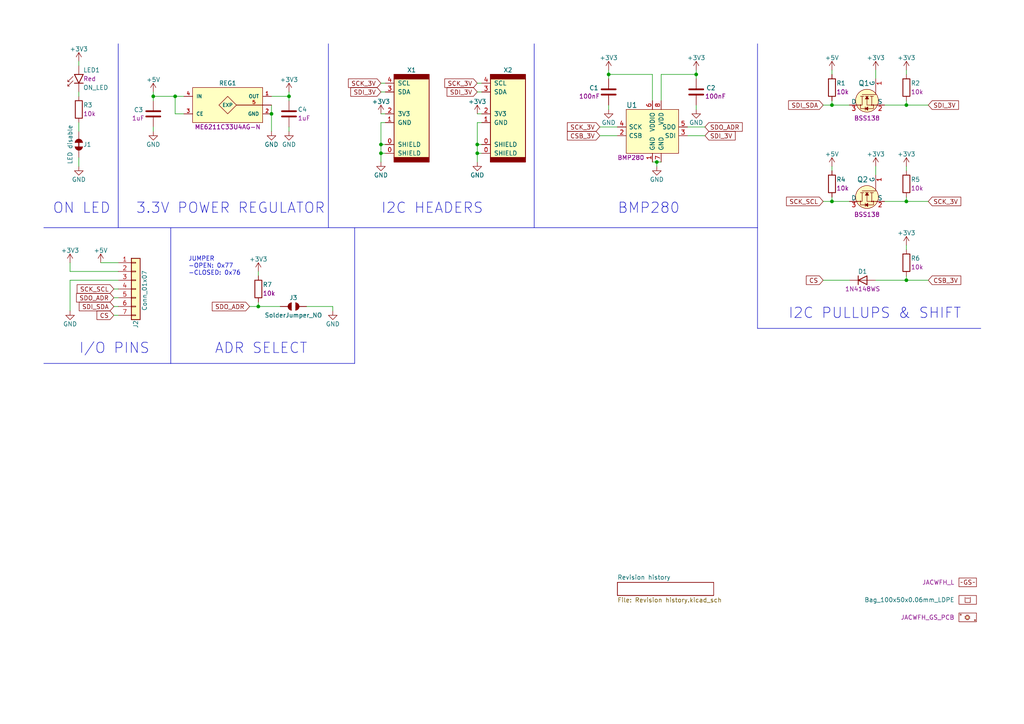
<source format=kicad_sch>
(kicad_sch (version 20230121) (generator eeschema)
  (paper "A4")
  (title_block (title "JACWFH_GS BMP280-module_U") (date "2022-10-10") (rev "1.0.0") (company "GroundStudio.ro"))
  (lib_symbols
    (symbol "GS_Global6:+3V3" (power) (pin_names (offset 0))
      (property "Value" "+3V3" (at 0 3.556 0))
      (symbol "+3V3_0_1"
        (polyline (pts (xy -0.762 1.27) (xy 0 2.54)))
        (polyline (pts (xy 0 0) (xy 0 2.54)))
        (polyline (pts (xy 0 2.54) (xy 0.762 1.27)))
      )
      (symbol "+3V3_1_1"
        (pin power_in line (at 0 0 90) (length 0) hide (name "+3V3") (number "1"))
      )
    )
    (symbol "GS_Global6:+5V" (power) (pin_names (offset 0))
      (property "Value" "+5V" (at 0 3.556 0))
      (symbol "+5V_0_1"
        (polyline (pts (xy -0.762 1.27) (xy 0 2.54)))
        (polyline (pts (xy 0 0) (xy 0 2.54)))
        (polyline (pts (xy 0 2.54) (xy 0.762 1.27)))
      )
      (symbol "+5V_1_1"
        (pin power_in line (at 0 0 90) (length 0) hide (name "+5V") (number "1"))
      )
    )
    (symbol "GS_Global6:Bag_100x50x0.06mm_LDPE" (pin_names (offset 1.016))
      (property "Value" "Bag_100x50x0.06mm_LDPE" (at 0 -3.556 0))
      (symbol "Bag_100x50x0.06mm_LDPE_0_1"
        (rectangle (start -2.54 1.27) (end 2.54 -1.27))
        (polyline (pts (xy -0.508 0.508) (xy 0.508 0.508)) (stroke (width 0.1524)))
        (polyline (pts (xy 0.762 -0.762) (xy 0.762 0.762)) (stroke (width 0.1524)))
        (polyline (pts (xy -0.762 0.762) (xy -0.762 -0.762) (xy 0.762 -0.762)) (stroke (width 0.1524)))
      )
    )
    (symbol "GS_Global6:C" (pin_numbers hide) (pin_names (offset 0.254))
      (property "Reference" "C" (at 0.635 2.54 0))
      (property "Value" "C" (at 0.635 -2.54 0))
      (symbol "C_0_1"
        (polyline (pts (xy -2.032 -0.762) (xy 2.032 -0.762)) (stroke (width 0.508)))
        (polyline (pts (xy -2.032 0.762) (xy 2.032 0.762)) (stroke (width 0.508)))
      )
      (symbol "C_1_1"
        (pin passive line (at 0 3.81 270) (length 2.794) (name "~") (number "1"))
        (pin passive line (at 0 -3.81 90) (length 2.794) (name "~") (number "2"))
      )
    )
    (symbol "GS_Global6:Conn_01x07" (pin_names (offset 1.016) hide)
      (property "Reference" "J" (at 0 10.16 0))
      (property "Value" "Conn_01x07" (at 0 -10.16 0))
      (symbol "Conn_01x07_1_1"
        (rectangle (start -1.27 -7.493) (end 0 -7.747) (stroke (width 0.1524)))
        (rectangle (start -1.27 -4.953) (end 0 -5.207) (stroke (width 0.1524)))
        (rectangle (start -1.27 -2.413) (end 0 -2.667) (stroke (width 0.1524)))
        (rectangle (start -1.27 0.127) (end 0 -0.127) (stroke (width 0.1524)))
        (rectangle (start -1.27 2.667) (end 0 2.413) (stroke (width 0.1524)))
        (rectangle (start -1.27 5.207) (end 0 4.953) (stroke (width 0.1524)))
        (rectangle (start -1.27 7.747) (end 0 7.493) (stroke (width 0.1524)))
        (rectangle (start -1.27 8.89) (end 1.27 -8.89) (stroke (width 0.254)) (fill (type background)))
        (pin passive line (at -5.08 7.62 0) (length 3.81) (name "Pin_1") (number "1"))
        (pin passive line (at -5.08 5.08 0) (length 3.81) (name "Pin_2") (number "2"))
        (pin passive line (at -5.08 2.54 0) (length 3.81) (name "Pin_3") (number "3"))
        (pin passive line (at -5.08 0 0) (length 3.81) (name "Pin_4") (number "4"))
        (pin passive line (at -5.08 -2.54 0) (length 3.81) (name "Pin_5") (number "5"))
        (pin passive line (at -5.08 -5.08 0) (length 3.81) (name "Pin_6") (number "6"))
        (pin passive line (at -5.08 -7.62 0) (length 3.81) (name "Pin_7") (number "7"))
      )
    )
    (symbol "GS_Global6:FBP1-1-4_ME6211C33U4AG-N" (pin_names (offset 1.016))
      (property "Reference" "REG" (at -8.89 8.89 0))
      (property "MPN" "ME6211C33U4AG-N" (at -2.54 10.16 0))
      (symbol "FBP1-1-4_ME6211C33U4AG-N_0_0"
        (pin power_out line (at 12.7 5.08 180) (length 2.54) (name "OUT") (number "1"))
        (pin power_in line (at 12.7 0 180) (length 2.54) (name "GND") (number "2"))
        (pin power_in line (at -12.7 0 0) (length 2.54) (name "CE") (number "3"))
        (pin power_in line (at -12.7 5.08 0) (length 2.54) (name "IN") (number "4"))
        (pin power_out line (at 12.7 2.54 180) (length 10.16) (name "EXP") (number "5"))
      )
      (symbol "FBP1-1-4_ME6211C33U4AG-N_0_1"
        (rectangle (start -10.16 7.62) (end 10.16 -2.54) (fill (type background)))
        (polyline (pts (xy -2.54 2.54) (xy 0 5.08) (xy 2.54 2.54) (xy 0 0) (xy -2.54 2.54)))
      )
    )
    (symbol "GS_Global6:GND" (power) (pin_names (offset 0))
      (property "Value" "GND" (at 0 -3.81 0))
      (symbol "GND_0_1"
        (polyline (pts (xy 0 0) (xy 0 -1.27) (xy 1.27 -1.27) (xy 0 -2.54) (xy -1.27 -1.27) (xy 0 -1.27)))
      )
      (symbol "GND_1_1"
        (pin power_in line (at 0 0 270) (length 0) hide (name "GND") (number "1"))
      )
    )
    (symbol "GS_Global6:LED_0402_RED" (pin_numbers hide) (pin_names (offset 1.016) hide)
      (property "Reference" "LED" (at 0.508 1.778 0))
      (property "Color" "Red" (at 0 0 0))
      (symbol "LED_0402_RED_0_1"
        (polyline (pts (xy -3.3782 3.2004) (xy -2.8702 3.2004)))
        (polyline (pts (xy -2.54 1.27) (xy -2.54 -1.27)) (stroke (width 0.254)))
        (polyline (pts (xy 0 0) (xy 0 0)))
        (polyline (pts (xy -1.8542 1.6764) (xy -3.3782 3.2004) (xy -3.3782 2.6924)))
        (polyline (pts (xy 0 -1.27) (xy -2.54 0) (xy 0 1.27) (xy 0 -1.27)) (stroke (width 0.254)))
        (polyline (pts (xy -0.5842 1.6764) (xy -2.1082 3.2004) (xy -2.1082 2.6924) (xy -2.1082 3.2004) (xy -1.6002 3.2004)))
      )
      (symbol "LED_0402_RED_1_1"
        (pin output line (at -5.08 0 0) (length 2.54) (name "K") (number "1"))
        (pin input line (at 2.54 0 180) (length 2.54) (name "A") (number "2"))
      )
    )
    (symbol "GS_Global6:LGA-8_2x2.5_BMP280" (pin_names (offset 0.762))
      (property "Reference" "U" (at -6.35 8.89 0))
      (property "MPN" "BMP280" (at 5.08 12.7 0))
      (symbol "LGA-8_2x2.5_BMP280_0_1"
        (rectangle (start 7.62 7.62) (end -7.62 -5.08) (fill (type background)))
      )
      (symbol "LGA-8_2x2.5_BMP280_1_1"
        (pin power_in line (at 0 -7.62 90) (length 2.54) (name "GND") (number "1"))
        (pin input line (at -10.16 0 0) (length 2.54) (name "CSB") (number "2"))
        (pin bidirectional line (at 10.16 0 180) (length 2.54) (name "SDI") (number "3"))
        (pin input line (at -10.16 2.54 0) (length 2.54) (name "SCK") (number "4"))
        (pin bidirectional line (at 10.16 2.54 180) (length 2.54) (name "SDO") (number "5"))
        (pin power_in line (at 0 10.16 270) (length 2.54) (name "VDDIO") (number "6"))
        (pin power_in line (at 2.54 -7.62 90) (length 2.54) (name "GND") (number "7"))
        (pin power_in line (at 2.54 10.16 270) (length 2.54) (name "VDD") (number "8"))
      )
    )
    (symbol "GS_Global6:Label_JACWFH_L"
      (property "MPN" "JACWFH_L" (at 0 0 0))
      (symbol "Label_JACWFH_L_0_0"
        (polyline (pts (xy -2.032 0) (xy -1.524 0)) (stroke (width 0.1524)))
        (polyline (pts (xy 1.524 0) (xy 2.032 0)) (stroke (width 0.1524)))
        (text "GS" (at 0 0 0) (effects (font (size 1.27 1.27))))
      )
      (symbol "Label_JACWFH_L_0_1"
        (rectangle (start -2.54 1.27) (end 2.54 -1.27))
      )
    )
    (symbol "GS_Global6:PCB" (pin_names (offset 1.016))
      (symbol "PCB_0_1"
        (rectangle (start -2.54 1.27) (end 2.54 -1.27))
        (circle (center -2.032 0.7874) (radius 0.1778) (fill (type background)))
        (rectangle (start -0.5334 0.4318) (end 0.381 -0.4826) (fill (type background)))
        (polyline (pts (xy -0.254 -0.4826) (xy -0.254 -0.7874)))
        (polyline (pts (xy 0.1016 -0.5334) (xy 0.1016 -0.8128)))
        (polyline (pts (xy 0.381 0.1524) (xy 0.6604 0.1524)))
        (polyline (pts (xy 0.4064 -0.2032) (xy 0.6858 -0.2032)))
      )
      (symbol "PCB_1_1"
        (polyline (pts (xy -0.8636 -0.2032) (xy -0.5842 -0.2032)))
        (polyline (pts (xy -0.8636 0.2032) (xy -0.5842 0.2032)))
        (polyline (pts (xy -0.254 0.508) (xy -0.254 0.7874)))
        (polyline (pts (xy 0.1016 0.508) (xy 0.1016 0.7874)))
        (circle (center 2.1082 -0.8128) (radius 0.1778) (fill (type background)))
      )
    )
    (symbol "GS_Global6:R" (pin_numbers hide) (pin_names (offset 0))
      (property "Reference" "R" (at 2.032 0 90))
      (property "Value" "R" (at 0 0 90))
      (symbol "R_0_1"
        (rectangle (start -1.016 -2.54) (end 1.016 2.54) (stroke (width 0.254)))
      )
      (symbol "R_1_1"
        (pin passive line (at 0 3.81 270) (length 1.27) (name "~") (number "1"))
        (pin passive line (at 0 -3.81 90) (length 1.27) (name "~") (number "2"))
      )
    )
    (symbol "GS_Global6:SH_1x04_P1.0_H" (pin_names (offset 1.016))
      (property "Reference" "J" (at 1.27 13.97 0))
      (symbol "SH_1x04_P1.0_H_0_1"
        (rectangle (start -5.08 -11.43) (end 5.08 -12.7) (stroke (width 0.254)) (fill (type outline)))
        (rectangle (start -5.08 11.43) (end 5.08 -11.43) (stroke (width 0.254)) (fill (type background)))
        (rectangle (start -5.08 12.7) (end 5.08 11.43) (stroke (width 0.254)) (fill (type outline)))
      )
      (symbol "SH_1x04_P1.0_H_1_1"
        (pin power_out line (at -7.62 -10.16 0) (length 2.54) (name "SHIELD") (number "0"))
        (pin power_out line (at -7.62 -7.62 0) (length 2.54) (name "SHIELD") (number "0"))
        (pin power_out line (at -7.62 -1.27 0) (length 2.54) (name "GND") (number "1"))
        (pin power_in line (at -7.62 1.27 0) (length 2.54) (name "3V3") (number "2"))
        (pin bidirectional line (at -7.62 7.62 0) (length 2.54) (name "SDA") (number "3"))
        (pin bidirectional line (at -7.62 10.16 0) (length 2.54) (name "SCL") (number "4"))
      )
    )
    (symbol "GS_Global6:SOD-323_1N4148WS" (pin_numbers hide) (pin_names (offset 1.016) hide)
      (property "Reference" "D" (at 0 2.54 0))
      (property "MPN" "1N4148WS" (at 0 0 0))
      (symbol "SOD-323_1N4148WS_0_1"
        (polyline (pts (xy -1.27 1.27) (xy -1.27 -1.27)) (stroke (width 0.254)))
        (polyline (pts (xy 1.27 0) (xy -1.27 0)))
        (polyline (pts (xy 1.27 1.27) (xy 1.27 -1.27) (xy -1.27 0) (xy 1.27 1.27)) (stroke (width 0.254)))
      )
      (symbol "SOD-323_1N4148WS_1_1"
        (pin passive line (at -3.81 0 0) (length 2.54) (name "K") (number "1"))
        (pin passive line (at 3.81 0 180) (length 2.54) (name "A") (number "2"))
      )
    )
    (symbol "GS_Global6:SOT-23_BSS138" (pin_names (offset 0))
      (property "Reference" "Q" (at -2.6924 3.6322 0))
      (property "MPN" "BSS138" (at 0 0 0))
      (symbol "SOT-23_BSS138_0_1"
        (circle (center -1.27 0) (radius 3.302) (fill (type background)))
        (circle (center 0 -1.905) (radius 0.127))
        (circle (center 0 -1.397) (radius 0.127))
        (polyline (pts (xy 0 -1.397) (xy -2.54 -1.397)))
        (polyline (pts (xy -5.08 -2.54) (xy -3.048 -2.54) (xy -3.048 1.397)))
        (polyline (pts (xy 0 -2.54) (xy 0 0) (xy -2.54 0)))
        (polyline (pts (xy 0 2.54) (xy 0 1.397) (xy -2.54 1.397)))
        (polyline (pts (xy -0.127 -1.905) (xy 1.016 -1.905) (xy 1.016 1.397) (xy 1.016 1.905) (xy -0.127 1.905)))
        (circle (center 0 1.905) (radius 0.127))
      )
      (symbol "SOT-23_BSS138_1_1"
        (polyline (pts (xy -2.54 -1.397) (xy -2.54 -1.905)))
        (polyline (pts (xy -2.54 -1.397) (xy -2.54 -0.889)))
        (polyline (pts (xy -2.54 0) (xy -2.54 -0.508)))
        (polyline (pts (xy -2.54 0) (xy -2.54 0.508)))
        (polyline (pts (xy -2.54 1.905) (xy -2.54 0.889)))
        (polyline (pts (xy 1.524 0.508) (xy 0.508 0.508)))
        (polyline (pts (xy -2.54 0) (xy -1.778 0.508) (xy -1.778 -0.508) (xy -2.54 0)) (fill (type outline)))
        (polyline (pts (xy 1.016 0.508) (xy 0.508 -0.254) (xy 1.524 -0.254) (xy 1.016 0.508)) (fill (type outline)))
        (pin bidirectional line (at -7.62 -2.54 0) (length 2.54) (name "G") (number "1"))
        (pin bidirectional line (at 0 -5.08 90) (length 2.54) (name "S") (number "2"))
        (pin bidirectional line (at 0 5.08 270) (length 2.54) (name "D") (number "3"))
      )
    )
    (symbol "GS_Global6:SolderJumper_NC" (pin_numbers hide) (pin_names (offset 0) hide)
      (property "Reference" "J" (at 0 10.16 0))
      (property "Value" "SolderJumper_NC" (at 3.81 0 90))
      (symbol "SolderJumper_NC_0_1"
        (arc (start -1.0914 -0.4891) (mid -0.0034 -1.574) (end 1.0913 -0.4959) (fill (type outline)))
        (polyline (pts (xy 0 0.6604) (xy 0 -0.6096) (xy 0.0508 -0.7112)) (stroke (width 0.3)))
        (arc (start 1.0914 0.5907) (mid 0.0034 1.6756) (end -1.0913 0.5975) (fill (type outline)))
      )
      (symbol "SolderJumper_NC_1_1"
        (pin passive line (at 0 3.81 270) (length 2.9972) (name "1") (number "1"))
        (pin passive line (at 0 -3.81 90) (length 2.9972) (name "2") (number "2"))
      )
    )
    (symbol "GS_Global6:SolderJumper_NO" (pin_numbers hide) (pin_names (offset 0) hide)
      (property "Reference" "J" (at 0 10.16 0))
      (property "Value" "SolderJumper_NO" (at 3.81 0 90))
      (symbol "SolderJumper_NO_0_1"
        (arc (start -1.0914 -0.4891) (mid -0.0034 -1.574) (end 1.0913 -0.4959) (fill (type outline)))
        (arc (start 1.0914 0.5907) (mid 0.0034 1.6756) (end -1.0913 0.5975) (fill (type outline)))
      )
      (symbol "SolderJumper_NO_1_1"
        (pin passive line (at 0 3.81 270) (length 2.9972) (name "1") (number "1"))
        (pin passive line (at 0 -3.81 90) (length 2.9972) (name "2") (number "2"))
      )
    )
    (symbol "GS_Local:BMP280" (pin_names (offset 0.762))
      (property "Reference" "U" (at -6.35 8.89 0))
      (property "Value" "BMP280" (at 5.08 -6.35 0))
      (symbol "BMP280_0_1"
        (rectangle (start 7.62 7.62) (end -7.62 -5.08) (fill (type background)))
      )
      (symbol "BMP280_1_1"
        (pin power_in line (at 0 -7.62 90) (length 2.54) (name "GND") (number "1"))
        (pin input line (at -10.16 0 0) (length 2.54) (name "CSB") (number "2"))
        (pin bidirectional line (at 10.16 0 180) (length 2.54) (name "SDI") (number "3"))
        (pin input line (at -10.16 2.54 0) (length 2.54) (name "SCK") (number "4"))
        (pin bidirectional line (at 10.16 2.54 180) (length 2.54) (name "SDO") (number "5"))
        (pin power_in line (at 0 10.16 270) (length 2.54) (name "VDDIO") (number "6"))
        (pin power_in line (at 2.54 -7.62 90) (length 2.54) (name "GND") (number "7"))
        (pin power_in line (at 2.54 10.16 270) (length 2.54) (name "VDD") (number "8"))
      )
    )
    (symbol "GS_Local:BSS138" (pin_names (offset 0))
      (property "Reference" "Q" (at -2.6924 3.6322 0))
      (property "Value" "BSS138" (at 3.4544 0 90))
      (symbol "BSS138_0_1"
        (circle (center -1.27 0) (radius 3.302) (fill (type background)))
        (circle (center 0 -1.905) (radius 0.127))
        (circle (center 0 -1.397) (radius 0.127))
        (polyline (pts (xy 0 -1.397) (xy -2.54 -1.397)))
        (polyline (pts (xy -5.08 -2.54) (xy -3.048 -2.54) (xy -3.048 1.397)))
        (polyline (pts (xy 0 -2.54) (xy 0 0) (xy -2.54 0)))
        (polyline (pts (xy 0 2.54) (xy 0 1.397) (xy -2.54 1.397)))
        (polyline (pts (xy -0.127 -1.905) (xy 1.016 -1.905) (xy 1.016 1.397) (xy 1.016 1.905) (xy -0.127 1.905)))
        (circle (center 0 1.905) (radius 0.127))
      )
      (symbol "BSS138_1_1"
        (polyline (pts (xy -2.54 -1.397) (xy -2.54 -1.905)))
        (polyline (pts (xy -2.54 -1.397) (xy -2.54 -0.889)))
        (polyline (pts (xy -2.54 0) (xy -2.54 -0.508)))
        (polyline (pts (xy -2.54 0) (xy -2.54 0.508)))
        (polyline (pts (xy -2.54 1.905) (xy -2.54 0.889)))
        (polyline (pts (xy 1.524 0.508) (xy 0.508 0.508)))
        (polyline (pts (xy -2.54 0) (xy -1.778 0.508) (xy -1.778 -0.508) (xy -2.54 0)) (fill (type outline)))
        (polyline (pts (xy 1.016 0.508) (xy 0.508 -0.254) (xy 1.524 -0.254) (xy 1.016 0.508)) (fill (type outline)))
        (pin bidirectional line (at -7.62 -2.54 0) (length 2.54) (name "G") (number "1"))
        (pin bidirectional line (at 0 -5.08 90) (length 2.54) (name "S") (number "2"))
        (pin bidirectional line (at 0 5.08 270) (length 2.54) (name "D") (number "3"))
      )
    )
  )
  (junction (at 262.89 58.42))
  (junction (at 262.89 30.48))
  (junction (at 110.49 41.91))
  (junction (at 138.43 41.91))
  (junction (at 138.43 44.45))
  (junction (at 44.45 27.94))
  (junction (at 176.53 21.59))
  (junction (at 110.49 44.45))
  (junction (at 83.82 27.94))
  (junction (at 50.8 27.94))
  (junction (at 78.74 33.02))
  (junction (at 74.93 88.9))
  (junction (at 262.89 81.28))
  (junction (at 241.3 58.42))
  (junction (at 190.5 46.99))
  (junction (at 241.3 30.48))
  (junction (at 201.93 21.59))
  (wire (pts (xy 44.45 26.67) (xy 44.45 27.94)))
  (polyline (pts (xy 154.94 66.04) (xy 95.25 66.04)))
  (wire (pts (xy 241.3 29.21) (xy 241.3 30.48)))
  (polyline (pts (xy 49.53 66.04) (xy 49.53 105.41)))
  (polyline (pts (xy 154.94 12.7) (xy 154.94 66.04)))
  (polyline (pts (xy 34.29 66.04) (xy 95.25 66.04)))
  (wire (pts (xy 29.21 76.2) (xy 34.29 76.2)))
  (wire (pts (xy 191.77 29.21) (xy 191.77 21.59)))
  (wire (pts (xy 110.49 35.56) (xy 111.76 35.56)))
  (wire (pts (xy 138.43 41.91) (xy 138.43 44.45)))
  (wire (pts (xy 96.52 88.9) (xy 96.52 90.17)))
  (wire (pts (xy 33.02 83.82) (xy 34.29 83.82)))
  (wire (pts (xy 262.89 30.48) (xy 269.24 30.48)))
  (wire (pts (xy 110.49 46.99) (xy 110.49 44.45)))
  (polyline (pts (xy 219.71 95.25) (xy 284.48 95.25)))
  (wire (pts (xy 173.99 36.83) (xy 179.07 36.83)))
  (wire (pts (xy 254 48.26) (xy 254 50.8)))
  (wire (pts (xy 110.49 44.45) (xy 110.49 41.91)))
  (polyline (pts (xy 34.29 12.7) (xy 34.29 66.04)))
  (wire (pts (xy 44.45 27.94) (xy 50.8 27.94)))
  (wire (pts (xy 74.93 88.9) (xy 81.28 88.9)))
  (wire (pts (xy 33.02 91.44) (xy 34.29 91.44)))
  (wire (pts (xy 22.86 17.78) (xy 22.86 19.05)))
  (wire (pts (xy 50.8 33.02) (xy 53.34 33.02)))
  (wire (pts (xy 138.43 41.91) (xy 139.7 41.91)))
  (wire (pts (xy 190.5 48.26) (xy 190.5 46.99)))
  (wire (pts (xy 22.86 26.67) (xy 22.86 27.94)))
  (polyline (pts (xy 219.71 12.7) (xy 219.71 66.04)))
  (wire (pts (xy 201.93 31.75) (xy 201.93 30.48)))
  (wire (pts (xy 201.93 21.59) (xy 201.93 22.86)))
  (polyline (pts (xy 34.29 66.04) (xy 12.7 66.04)))
  (wire (pts (xy 138.43 35.56) (xy 138.43 41.91)))
  (polyline (pts (xy 102.87 66.04) (xy 102.87 105.41)))
  (wire (pts (xy 78.74 27.94) (xy 83.82 27.94)))
  (wire (pts (xy 22.86 45.72) (xy 22.86 48.26)))
  (wire (pts (xy 241.3 30.48) (xy 246.38 30.48)))
  (wire (pts (xy 110.49 41.91) (xy 111.76 41.91)))
  (wire (pts (xy 204.47 36.83) (xy 199.39 36.83)))
  (wire (pts (xy 238.76 81.28) (xy 246.38 81.28)))
  (wire (pts (xy 254 81.28) (xy 262.89 81.28)))
  (wire (pts (xy 83.82 26.67) (xy 83.82 27.94)))
  (wire (pts (xy 110.49 41.91) (xy 110.49 35.56)))
  (wire (pts (xy 256.54 58.42) (xy 262.89 58.42)))
  (polyline (pts (xy 102.87 105.41) (xy 49.53 105.41)))
  (wire (pts (xy 241.3 57.15) (xy 241.3 58.42)))
  (wire (pts (xy 110.49 33.02) (xy 111.76 33.02)))
  (wire (pts (xy 50.8 27.94) (xy 50.8 33.02)))
  (wire (pts (xy 241.3 58.42) (xy 246.38 58.42)))
  (wire (pts (xy 20.32 81.28) (xy 34.29 81.28)))
  (wire (pts (xy 78.74 30.48) (xy 78.74 33.02)))
  (wire (pts (xy 44.45 38.1) (xy 44.45 36.83)))
  (wire (pts (xy 241.3 21.59) (xy 241.3 20.32)))
  (wire (pts (xy 201.93 20.32) (xy 201.93 21.59)))
  (wire (pts (xy 176.53 21.59) (xy 189.23 21.59)))
  (wire (pts (xy 22.86 35.56) (xy 22.86 38.1)))
  (wire (pts (xy 238.76 58.42) (xy 241.3 58.42)))
  (wire (pts (xy 83.82 29.21) (xy 83.82 27.94)))
  (wire (pts (xy 204.47 39.37) (xy 199.39 39.37)))
  (wire (pts (xy 254 20.32) (xy 254 22.86)))
  (wire (pts (xy 191.77 46.99) (xy 190.5 46.99)))
  (wire (pts (xy 191.77 21.59) (xy 201.93 21.59)))
  (wire (pts (xy 189.23 29.21) (xy 189.23 21.59)))
  (wire (pts (xy 72.39 88.9) (xy 74.93 88.9)))
  (wire (pts (xy 78.74 38.1) (xy 78.74 33.02)))
  (wire (pts (xy 110.49 24.13) (xy 111.76 24.13)))
  (wire (pts (xy 44.45 29.21) (xy 44.45 27.94)))
  (wire (pts (xy 173.99 39.37) (xy 179.07 39.37)))
  (wire (pts (xy 262.89 57.15) (xy 262.89 58.42)))
  (polyline (pts (xy 219.71 66.04) (xy 219.71 95.25)))
  (wire (pts (xy 138.43 26.67) (xy 139.7 26.67)))
  (wire (pts (xy 20.32 78.74) (xy 34.29 78.74)))
  (wire (pts (xy 176.53 31.75) (xy 176.53 30.48)))
  (wire (pts (xy 256.54 30.48) (xy 262.89 30.48)))
  (polyline (pts (xy 49.53 105.41) (xy 12.7 105.41)))
  (wire (pts (xy 88.9 88.9) (xy 96.52 88.9)))
  (wire (pts (xy 110.49 44.45) (xy 111.76 44.45)))
  (wire (pts (xy 176.53 20.32) (xy 176.53 21.59)))
  (wire (pts (xy 262.89 48.26) (xy 262.89 49.53)))
  (wire (pts (xy 33.02 88.9) (xy 34.29 88.9)))
  (wire (pts (xy 262.89 81.28) (xy 269.24 81.28)))
  (wire (pts (xy 138.43 44.45) (xy 139.7 44.45)))
  (wire (pts (xy 262.89 80.01) (xy 262.89 81.28)))
  (wire (pts (xy 74.93 87.63) (xy 74.93 88.9)))
  (polyline (pts (xy 219.71 66.04) (xy 154.94 66.04)))
  (wire (pts (xy 50.8 27.94) (xy 53.34 27.94)))
  (wire (pts (xy 262.89 58.42) (xy 269.24 58.42)))
  (wire (pts (xy 33.02 86.36) (xy 34.29 86.36)))
  (wire (pts (xy 189.23 46.99) (xy 190.5 46.99)))
  (wire (pts (xy 262.89 20.32) (xy 262.89 21.59)))
  (wire (pts (xy 138.43 33.02) (xy 139.7 33.02)))
  (wire (pts (xy 241.3 48.26) (xy 241.3 49.53)))
  (wire (pts (xy 20.32 76.2) (xy 20.32 78.74)))
  (wire (pts (xy 262.89 29.21) (xy 262.89 30.48)))
  (wire (pts (xy 138.43 24.13) (xy 139.7 24.13)))
  (wire (pts (xy 139.7 35.56) (xy 138.43 35.56)))
  (wire (pts (xy 138.43 44.45) (xy 138.43 46.99)))
  (wire (pts (xy 83.82 38.1) (xy 83.82 36.83)))
  (wire (pts (xy 262.89 71.12) (xy 262.89 72.39)))
  (wire (pts (xy 238.76 30.48) (xy 241.3 30.48)))
  (wire (pts (xy 74.93 78.74) (xy 74.93 80.01)))
  (wire (pts (xy 110.49 26.67) (xy 111.76 26.67)))
  (polyline (pts (xy 95.25 12.7) (xy 95.25 66.04)))
  (wire (pts (xy 20.32 90.17) (xy 20.32 81.28)))
  (wire (pts (xy 176.53 21.59) (xy 176.53 22.86)))
  (text "BMP280" (at 179.07 62.23 0) (effects (font (size 2.9972 2.9972)) (justify left bottom)))
  (text "JUMPER\n-OPEN: 0x77\n-CLOSED: 0x76" (at 54.61 80.01 0) (effects (font (size 1.27 1.27)) (justify left bottom)))
  (text "ADR SELECT\n" (at 62.23 102.87 0) (effects (font (size 2.9972 2.9972)) (justify left bottom)))
  (text "I2C PULLUPS & SHIFT" (at 228.6 92.71 0) (effects (font (size 2.9972 2.9972)) (justify left bottom)))
  (text "I/O PINS" (at 22.86 102.87 0) (effects (font (size 2.9972 2.9972)) (justify left bottom)))
  (text "3.3V POWER REGULATOR" (at 39.37 62.23 0) (effects (font (size 2.9972 2.9972)) (justify left bottom)))
  (text "ON LED\n" (at 15.24 62.23 0) (effects (font (size 2.9972 2.9972)) (justify left bottom)))
  (text "I2C HEADERS\n" (at 110.49 62.23 0) (effects (font (size 2.9972 2.9972)) (justify left bottom)))
  (global_label "SDO_ADR" (shape input) (at 33.02 86.36 180) (property "Intersheetrefs" "${INTERSHEET_REFS}" (effects hide)))
  (global_label "SDO_ADR" (shape input) (at 72.39 88.9 180) (property "Intersheetrefs" "${INTERSHEET_REFS}" (effects hide)))
  (global_label "SCK_SCL" (shape input) (at 238.76 58.42 180) (property "Intersheetrefs" "${INTERSHEET_REFS}" (effects hide)))
  (global_label "SDI_3V" (shape input) (at 110.49 26.67 180) (property "Intersheetrefs" "${INTERSHEET_REFS}" (effects hide)))
  (global_label "SCK_3V" (shape input) (at 110.49 24.13 180) (property "Intersheetrefs" "${INTERSHEET_REFS}" (effects hide)))
  (global_label "SCK_3V" (shape input) (at 138.43 24.13 180) (property "Intersheetrefs" "${INTERSHEET_REFS}" (effects hide)))
  (global_label "CSB_3V" (shape input) (at 173.99 39.37 180) (property "Intersheetrefs" "${INTERSHEET_REFS}" (effects hide)))
  (global_label "CSB_3V" (shape input) (at 269.24 81.28 0) (property "Intersheetrefs" "${INTERSHEET_REFS}" (effects hide)))
  (global_label "SCK_SCL" (shape input) (at 33.02 83.82 180) (property "Intersheetrefs" "${INTERSHEET_REFS}" (effects hide)))
  (global_label "SDI_3V" (shape input) (at 204.47 39.37 0) (property "Intersheetrefs" "${INTERSHEET_REFS}" (effects hide)))
  (global_label "CS" (shape input) (at 33.02 91.44 180) (property "Intersheetrefs" "${INTERSHEET_REFS}" (effects hide)))
  (global_label "SDO_ADR" (shape input) (at 204.47 36.83 0) (property "Intersheetrefs" "${INTERSHEET_REFS}" (effects hide)))
  (global_label "SDI_SDA" (shape input) (at 33.02 88.9 180) (property "Intersheetrefs" "${INTERSHEET_REFS}" (effects hide)))
  (global_label "SDI_3V" (shape input) (at 138.43 26.67 180) (property "Intersheetrefs" "${INTERSHEET_REFS}" (effects hide)))
  (global_label "CS" (shape input) (at 238.76 81.28 180) (property "Intersheetrefs" "${INTERSHEET_REFS}" (effects hide)))
  (global_label "SCK_3V" (shape input) (at 173.99 36.83 180) (property "Intersheetrefs" "${INTERSHEET_REFS}" (effects hide)))
  (global_label "SDI_SDA" (shape input) (at 238.76 30.48 180) (property "Intersheetrefs" "${INTERSHEET_REFS}" (effects hide)))
  (global_label "SCK_3V" (shape input) (at 269.24 58.42 0) (property "Intersheetrefs" "${INTERSHEET_REFS}" (effects hide)))
  (global_label "SDI_3V" (shape input) (at 269.24 30.48 0) (property "Intersheetrefs" "${INTERSHEET_REFS}" (effects hide)))
  (symbol (lib_id "GS_Global6:LGA-8_2x2.5_BMP280") (at 189.23 39.37 0) (unit 1)
    (property "Reference" "U1" (at 181.61 30.48 0) (effects (font (size 1.524 1.524)) (justify left)))
    (property "Value" "BMP280" (effects hide))
    (property "Footprint" "GS_Global6:LGA-8_2x2.5mm_BMP&BME280" (effects hide))
    (property "Datasheet" "https://datasheet.lcsc.com/szlcsc/1811151536_Bosch-Sensortec-BMP280_C83291.pdf" (effects hide))
    (property "Digi-Key_PN" "828-1064-1-ND" (effects hide))
    (property "MPN" "BMP280" (at 179.07 45.72 0) (effects (justify left)))
    (property "Category" "Sensors, Transducers" (effects hide))
    (property "Family" "Pressure Sensors, Transducers" (effects hide))
    (property "DK_Datasheet_Link" "https://ae-bst.resource.bosch.com/media/_tech/media/datasheets/BST-BMP280-DS001.pdf" (effects hide))
    (property "DK_Detail_Page" "/product-detail/en/bosch-sensortec/BMP280/828-1064-1-ND/6136315" (effects hide))
    (property "Description" "SENSOR PRESSURE ABS" (effects hide))
    (property "Manufacturer" "Bosch Sensortec" (effects hide))
    (property "Status" "Active" (effects hide))
    (property "LCSC" "C83291" (effects hide))
  )
  (symbol (lib_id "GS_Global6:GND") (at 190.5 48.26 0) (unit 1)
    (property "Reference" "#PWR019" (effects hide))
    (property "Value" "GND" (at 190.5 52.07 0))
  )
  (symbol (lib_id "GS_Global6:GND") (at 20.32 90.17 0) (unit 1)
    (property "Reference" "#PWR027" (effects hide))
    (property "Value" "GND" (at 20.32 93.98 0))
  )
  (symbol (lib_id "GS_Global6:+5V") (at 29.21 76.2 0) (unit 1)
    (property "Reference" "#PWR025" (effects hide))
    (property "Value" "+5V" (at 29.21 72.644 0))
  )
  (symbol (lib_id "GS_Global6:+5V") (at 44.45 26.67 0) (unit 1)
    (property "Reference" "#PWR07" (effects hide))
    (property "Value" "+5V" (at 44.45 23.114 0))
  )
  (symbol (lib_id "GS_Global6:C") (at 44.45 33.02 0) (mirror y) (unit 1)
    (property "Reference" "C3" (at 41.529 31.8516 0) (effects (justify left)))
    (property "Value" "C_0402_1uF_10V" (effects hide))
    (property "Footprint" "GS_Global6:C_0402_alt" (effects hide))
    (property "Datasheet" "https://datasheet.lcsc.com/szlcsc/2005061106_PSA-Prosperity-Dielectrics-FS15B105K100PKG_C525324.pdf" (effects hide))
    (property "MPN" "FS15B105K100PKG" (effects hide))
    (property "LCSC" "C525324" (effects hide))
    (property "Capacitance" "1uF" (at 41.91 34.29 0) (effects (justify left)))
  )
  (symbol (lib_id "GS_Global6:GND") (at 44.45 38.1 0) (mirror y) (unit 1)
    (property "Reference" "#PWR013" (effects hide))
    (property "Value" "GND" (at 44.45 41.91 0))
  )
  (symbol (lib_id "GS_Global6:GND") (at 78.74 38.1 0) (unit 1)
    (property "Reference" "#PWR014" (effects hide))
    (property "Value" "GND" (at 78.74 41.91 0))
  )
  (symbol (lib_id "GS_Global6:C") (at 83.82 33.02 0) (unit 1)
    (property "Reference" "C4" (at 86.36 31.75 0) (effects (justify left)))
    (property "Value" "C_0402_1uF_10V" (effects hide))
    (property "Footprint" "GS_Global6:C_0402_alt" (effects hide))
    (property "Datasheet" "https://datasheet.lcsc.com/szlcsc/2005061106_PSA-Prosperity-Dielectrics-FS15B105K100PKG_C525324.pdf" (effects hide))
    (property "MPN" "FS15B105K100PKG" (effects hide))
    (property "LCSC" "C525324" (effects hide))
    (property "Capacitance" "1uF" (at 86.36 34.29 0) (effects (justify left)))
  )
  (symbol (lib_id "GS_Global6:GND") (at 83.82 38.1 0) (unit 1)
    (property "Reference" "#PWR015" (effects hide))
    (property "Value" "GND" (at 83.82 41.91 0))
  )
  (symbol (lib_id "GS_Global6:Conn_01x07") (at 39.37 83.82 0) (unit 1)
    (property "Reference" "J2" (at 39.37 95.25 90) (effects (justify left)))
    (property "Value" "Conn_01x07" (at 41.91 90.17 90) (effects (justify left)))
    (property "Footprint" "GS_Global6:PinHeader_1x07_P2.54mm_Vertical_Male" (effects hide))
    (property "Datasheet" "https://datasheet.lcsc.com/szlcsc/2010160505_CJT-Changjiang-Connectors-A2541WV-7P_C225482.pdf" (effects hide))
    (property "MPN" "A2541WV-7P" (effects hide))
    (property "LCSC" "C225482" (effects hide))
  )
  (symbol (lib_id "GS_Global6:+3V3") (at 83.82 26.67 0) (unit 1)
    (property "Reference" "#PWR08" (effects hide))
    (property "Value" "+3V3" (at 83.82 23.114 0))
  )
  (symbol (lib_id "GS_Global6:LED_0402_RED") (at 22.86 21.59 90) (unit 1)
    (property "Reference" "LED1" (at 24.13 20.32 90) (effects (justify right)))
    (property "Value" "ON_LED" (at 24.13 25.4 90) (effects (justify right)))
    (property "Footprint" "GS_Global6:LED_0402_alt" (effects hide))
    (property "Datasheet" "https://datasheet.lcsc.com/lcsc/2009251739_TUOZHAN-TZ-P2-0402RTIA1-0-45T_C779449.pdf" (effects hide))
    (property "MPN" "TZ-P2-0402RTIA1-0.45T" (effects hide))
    (property "LCSC" "C779449" (effects hide))
    (property "Color" "Red" (at 24.13 22.86 90) (effects (justify right)))
  )
  (symbol (lib_id "GS_Global6:+3V3") (at 22.86 17.78 0) (unit 1)
    (property "Reference" "#PWR01" (effects hide))
    (property "Value" "+3V3" (at 22.86 14.224 0))
  )
  (symbol (lib_id "GS_Global6:GND") (at 22.86 48.26 0) (unit 1)
    (property "Reference" "#PWR018" (effects hide))
    (property "Value" "GND" (at 22.86 52.07 0))
  )
  (symbol (lib_id "GS_Global6:R") (at 22.86 31.75 0) (unit 1)
    (property "Reference" "R3" (at 24.13 30.48 0) (effects (justify left)))
    (property "Value" "R_0402_10k" (effects hide))
    (property "Footprint" "GS_Global6:R_0402_alt" (effects hide))
    (property "Datasheet" "https://datasheet.lcsc.com/lcsc/2205311845_UNI-ROYAL-Uniroyal-Elec-0402WGJ0103TCE_C25531.pdf" (effects hide))
    (property "MPN" "0402WGJ0103TCE" (effects hide))
    (property "LCSC" "C25531" (effects hide))
    (property "Resistance" "10k" (at 24.13 33.02 0) (effects (justify left)))
  )
  (symbol (lib_id "GS_Global6:C") (at 201.93 26.67 0) (unit 1)
    (property "Reference" "C2" (at 204.851 25.5016 0) (effects (justify left)))
    (property "Value" "C_0402_100nF_16V" (effects hide))
    (property "Footprint" "GS_Global6:C_0402_alt" (effects hide))
    (property "Datasheet" "https://datasheet.lcsc.com/szlcsc/1912111437_Walsin-Tech-Corp-0402B104K100CT_C387941.pdf" (effects hide))
    (property "MPN" "0402B104K100CT" (effects hide))
    (property "LCSC" "C387941" (effects hide))
    (property "Capacitance" "100nF" (at 204.47 27.94 0) (effects (justify left)))
  )
  (symbol (lib_id "GS_Global6:+3V3") (at 20.32 76.2 0) (unit 1)
    (property "Reference" "#PWR024" (effects hide))
    (property "Value" "+3V3" (at 20.32 72.644 0))
  )
  (symbol (lib_id "GS_Global6:GND") (at 201.93 31.75 0) (unit 1)
    (property "Reference" "#PWR010" (effects hide))
    (property "Value" "GND" (at 201.93 35.56 0))
  )
  (symbol (lib_id "GS_Global6:SolderJumper_NO") (at 85.09 88.9 270) (unit 1)
    (property "Reference" "J3" (at 85.09 86.36 90))
    (property "Value" "SolderJumper_NO" (at 85.09 91.44 90))
    (property "Footprint" "GS_Global6:SolderJumper_NO" (effects hide))
  )
  (symbol (lib_id "GS_Global6:GND") (at 96.52 90.17 0) (unit 1)
    (property "Reference" "#PWR028" (effects hide))
    (property "Value" "GND" (at 96.52 93.98 0))
  )
  (symbol (lib_id "GS_Global6:+3V3") (at 74.93 78.74 0) (unit 1)
    (property "Reference" "#PWR026" (effects hide))
    (property "Value" "+3V3" (at 74.93 75.184 0))
  )
  (symbol (lib_id "GS_Global6:+3V3") (at 262.89 71.12 0) (unit 1)
    (property "Reference" "#PWR023" (effects hide))
    (property "Value" "+3V3" (at 262.89 67.564 0))
  )
  (symbol (lib_id "GS_Global6:SOD-323_1N4148WS") (at 250.19 81.28 0) (mirror x) (unit 1)
    (property "Reference" "D1" (at 250.19 78.74 0))
    (property "Value" "1N4148WS" (effects hide))
    (property "Footprint" "GS_Global6:SOD-323" (effects hide))
    (property "Datasheet" "https://datasheet.lcsc.com/szlcsc/1809141512_Shandong-Jingdao-Microelectronics-1N4148WS_C108805.pdf" (effects hide))
    (property "MPN" "1N4148WS" (at 250.19 83.82 0))
    (property "LCSC" "C108805" (effects hide))
  )
  (symbol (lib_id "GS_Global6:+5V") (at 241.3 20.32 0) (unit 1)
    (property "Reference" "#PWR04" (effects hide))
    (property "Value" "+5V" (at 241.3 16.764 0))
  )
  (symbol (lib_id "GS_Global6:SOT-23_BSS138") (at 251.46 30.48 90) (mirror x) (unit 1)
    (property "Reference" "Q1" (at 248.92 24.13 90) (effects (font (size 1.524 1.524)) (justify right)))
    (property "Value" "BSS138" (effects hide))
    (property "Footprint" "GS_Global6:SOT-23" (effects hide))
    (property "Datasheet" "https://datasheet.lcsc.com/szlcsc/1912111437_Slkor-SLKORMICRO-Elec-BSS138_C426569.pdf" (effects hide))
    (property "MPN" "BSS138" (at 251.46 34.29 90))
    (property "LCSC" "C426569" (effects hide))
    (property "Digi-Key_PN" "BSS138CT-ND" (effects hide))
    (property "Description" "MOSFET N-CH 50V 220MA SOT-23" (effects hide))
  )
  (symbol (lib_id "GS_Global6:+3V3") (at 254 20.32 0) (unit 1)
    (property "Reference" "#PWR05" (effects hide))
    (property "Value" "+3V3" (at 254 16.764 0))
  )
  (symbol (lib_id "GS_Global6:+3V3") (at 254 48.26 0) (unit 1)
    (property "Reference" "#PWR021" (effects hide))
    (property "Value" "+3V3" (at 254 44.704 0))
  )
  (symbol (lib_id "GS_Global6:+3V3") (at 262.89 20.32 0) (unit 1)
    (property "Reference" "#PWR06" (effects hide))
    (property "Value" "+3V3" (at 262.89 16.764 0))
  )
  (symbol (lib_id "GS_Global6:GND") (at 138.43 46.99 0) (unit 1)
    (property "Reference" "#PWR017" (effects hide))
    (property "Value" "GND" (at 138.43 50.8 0))
  )
  (symbol (lib_id "GS_Global6:+3V3") (at 110.49 33.02 0) (unit 1)
    (property "Reference" "#PWR011" (effects hide))
    (property "Value" "+3V3" (at 110.49 29.464 0))
  )
  (symbol (lib_id "GS_Global6:+3V3") (at 138.43 33.02 0) (unit 1)
    (property "Reference" "#PWR012" (effects hide))
    (property "Value" "+3V3" (at 138.43 29.464 0))
  )
  (symbol (lib_id "GS_Global6:SH_1x04_P1.0_H") (at 119.38 34.29 0) (unit 1)
    (property "Reference" "X1" (at 119.38 20.32 0))
    (property "Value" "SH_1x04_P1.0_H" (effects hide))
    (property "Footprint" "GS_Global6:SH__1x04_P1.00mm_Horizontal" (effects hide))
    (property "Datasheet" "https://datasheet.lcsc.com/szlcsc/1811082116_BOOMELE-Boom-Precision-Elec-C145956_C145956.pdf" (effects hide))
    (property "MPN" "C145956" (effects hide))
    (property "LCSC" "C145956" (effects hide))
    (property "Descript" "0.039\"(1.00mm) 4 SMD,P=1mm Wire To Board" (effects hide))
  )
  (symbol (lib_id "GS_Global6:SH_1x04_P1.0_H") (at 147.32 34.29 0) (unit 1)
    (property "Reference" "X2" (at 147.32 20.32 0))
    (property "Value" "SH_1x04_P1.0_H" (effects hide))
    (property "Footprint" "GS_Global6:SH__1x04_P1.00mm_Horizontal" (effects hide))
    (property "Datasheet" "https://datasheet.lcsc.com/szlcsc/1811082116_BOOMELE-Boom-Precision-Elec-C145956_C145956.pdf" (effects hide))
    (property "MPN" "C145956" (effects hide))
    (property "LCSC" "C145956" (effects hide))
    (property "Descript" "0.039\"(1.00mm) 4 SMD,P=1mm Wire To Board" (effects hide))
  )
  (symbol (lib_id "GS_Global6:R") (at 241.3 53.34 0) (unit 1)
    (property "Reference" "R4" (at 242.57 52.07 0) (effects (justify left)))
    (property "Value" "R_0402_10k" (effects hide))
    (property "Footprint" "GS_Global6:R_0402_alt" (effects hide))
    (property "Datasheet" "https://datasheet.lcsc.com/szlcsc/1811091923_UNI-ROYAL-Uniroyal-Elec-0402WGJ0103TCE_C25531.pdf" (effects hide))
    (property "MPN" "0402WGJ0103TCE" (effects hide))
    (property "LCSC" "C25531" (effects hide))
    (property "Resistance" "10k" (at 242.57 54.61 0) (effects (justify left)))
  )
  (symbol (lib_id "GS_Global6:R") (at 241.3 25.4 0) (unit 1)
    (property "Reference" "R1" (at 242.57 24.13 0) (effects (justify left)))
    (property "Value" "R_0402_10k" (effects hide))
    (property "Footprint" "GS_Global6:R_0402_alt" (effects hide))
    (property "Datasheet" "https://datasheet.lcsc.com/szlcsc/1811091923_UNI-ROYAL-Uniroyal-Elec-0402WGJ0103TCE_C25531.pdf" (effects hide))
    (property "MPN" "0402WGJ0103TCE" (effects hide))
    (property "LCSC" "C25531" (effects hide))
    (property "Resistance" "10k" (at 242.57 26.67 0) (effects (justify left)))
  )
  (symbol (lib_id "GS_Global6:R") (at 262.89 25.4 0) (unit 1)
    (property "Reference" "R2" (at 264.16 24.13 0) (effects (justify left)))
    (property "Value" "R_0402_10k" (effects hide))
    (property "Footprint" "GS_Global6:R_0402_alt" (effects hide))
    (property "Datasheet" "https://datasheet.lcsc.com/szlcsc/1811091923_UNI-ROYAL-Uniroyal-Elec-0402WGJ0103TCE_C25531.pdf" (effects hide))
    (property "MPN" "0402WGJ0103TCE" (effects hide))
    (property "LCSC" "C25531" (effects hide))
    (property "Resistance" "10k" (at 264.16 26.67 0) (effects (justify left)))
  )
  (symbol (lib_id "GS_Global6:R") (at 262.89 53.34 0) (unit 1)
    (property "Reference" "R5" (at 264.16 52.07 0) (effects (justify left)))
    (property "Value" "R_0402_10k" (effects hide))
    (property "Footprint" "GS_Global6:R_0402_alt" (effects hide))
    (property "Datasheet" "https://datasheet.lcsc.com/szlcsc/1811091923_UNI-ROYAL-Uniroyal-Elec-0402WGJ0103TCE_C25531.pdf" (effects hide))
    (property "MPN" "0402WGJ0103TCE" (effects hide))
    (property "LCSC" "C25531" (effects hide))
    (property "Resistance" "10k" (at 264.16 54.61 0) (effects (justify left)))
  )
  (symbol (lib_id "GS_Global6:R") (at 74.93 83.82 0) (unit 1)
    (property "Reference" "R7" (at 76.2 82.55 0) (effects (justify left)))
    (property "Value" "R_0402_10k" (effects hide))
    (property "Footprint" "GS_Global6:R_0402_alt" (effects hide))
    (property "Datasheet" "https://datasheet.lcsc.com/szlcsc/1811091923_UNI-ROYAL-Uniroyal-Elec-0402WGJ0103TCE_C25531.pdf" (effects hide))
    (property "MPN" "0402WGJ0103TCE" (effects hide))
    (property "LCSC" "C25531" (effects hide))
    (property "Resistance" "10k" (at 76.2 85.09 0) (effects (justify left)))
  )
  (symbol (lib_id "GS_Global6:R") (at 262.89 76.2 0) (unit 1)
    (property "Reference" "R6" (at 264.16 74.93 0) (effects (justify left)))
    (property "Value" "R_0402_10k" (effects hide))
    (property "Footprint" "GS_Global6:R_0402_alt" (effects hide))
    (property "Datasheet" "https://datasheet.lcsc.com/szlcsc/1811091923_UNI-ROYAL-Uniroyal-Elec-0402WGJ0103TCE_C25531.pdf" (effects hide))
    (property "MPN" "0402WGJ0103TCE" (effects hide))
    (property "LCSC" "C25531" (effects hide))
    (property "Resistance" "10k" (at 264.16 77.47 0) (effects (justify left)))
  )
  (symbol (lib_id "GS_Global6:GND") (at 110.49 46.99 0) (unit 1)
    (property "Reference" "#PWR016" (effects hide))
    (property "Value" "GND" (at 110.49 50.8 0))
  )
  (symbol (lib_id "GS_Global6:+3V3") (at 201.93 20.32 0) (unit 1)
    (property "Reference" "#PWR03" (effects hide))
    (property "Value" "+3V3" (at 201.93 16.764 0))
  )
  (symbol (lib_id "GS_Global6:SOT-23_BSS138") (at 251.46 58.42 90) (mirror x) (unit 1)
    (property "Reference" "Q2" (at 250.19 52.07 90) (effects (font (size 1.524 1.524))))
    (property "Value" "BSS138" (effects hide))
    (property "Footprint" "GS_Global6:SOT-23" (effects hide))
    (property "Datasheet" "https://datasheet.lcsc.com/szlcsc/1912111437_Slkor-SLKORMICRO-Elec-BSS138_C426569.pdf" (effects hide))
    (property "MPN" "BSS138" (at 251.46 62.23 90))
    (property "LCSC" "C426569" (effects hide))
    (property "Digi-Key_PN" "BSS138CT-ND" (effects hide))
    (property "Description" "MOSFET N-CH 50V 220MA SOT-23" (effects hide))
  )
  (symbol (lib_id "GS_Global6:PCB") (at 280.67 179.07 0) (unit 1)
    (property "Reference" "P1" (effects hide))
    (property "Value" "PCB" (effects hide))
    (property "MPN" "JACWFH_GS_PCB" (at 276.86 179.07 0) (effects (justify right)))
  )
  (symbol (lib_id "GS_Global6:FBP1-1-4_ME6211C33U4AG-N") (at 66.04 33.02 0) (unit 1)
    (property "Reference" "REG1" (at 66.04 24.13 0))
    (property "Value" "FBP1-1-4_ME6211C33U4AG-N" (effects hide))
    (property "Footprint" "GS_Global6:FBP1-1-4" (effects hide))
    (property "Datasheet" "https://datasheet.lcsc.com/szlcsc/2005081834_MICRONE-Nanjing-Micro-One-Elec-ME6211C33U4AG-N_C428904.pdf" (effects hide))
    (property "MPN" "ME6211C33U4AG-N" (at 66.04 36.83 0))
    (property "LCSC" "C428904" (effects hide))
  )
  (symbol (lib_id "GS_Global6:SolderJumper_NC") (at 22.86 41.91 180) (unit 1)
    (property "Reference" "J1" (at 24.13 41.91 0) (effects (justify right)))
    (property "Value" "LED disable" (at 20.32 41.91 90))
    (property "Footprint" "GS_Global6:SolderJumper_NC" (effects hide))
  )
  (symbol (lib_id "GS_Global6:C") (at 176.53 26.67 0) (mirror y) (unit 1)
    (property "Reference" "C1" (at 173.609 25.5016 0) (effects (justify left)))
    (property "Value" "C_0402_100nF_16V" (effects hide))
    (property "Footprint" "GS_Global6:C_0402_alt" (effects hide))
    (property "Datasheet" "https://datasheet.lcsc.com/szlcsc/1912111437_Walsin-Tech-Corp-0402B104K100CT_C387941.pdf" (effects hide))
    (property "MPN" "0402B104K100CT" (effects hide))
    (property "LCSC" "C387941" (effects hide))
    (property "Capacitance" "100nF" (at 173.99 27.94 0) (effects (justify left)))
  )
  (symbol (lib_id "GS_Global6:GND") (at 176.53 31.75 0) (mirror y) (unit 1)
    (property "Reference" "#PWR09" (effects hide))
    (property "Value" "GND" (at 176.53 35.56 0))
  )
  (symbol (lib_id "GS_Global6:+3V3") (at 176.53 20.32 0) (unit 1)
    (property "Reference" "#PWR02" (effects hide))
    (property "Value" "+3V3" (at 176.53 16.764 0))
  )
  (symbol (lib_id "GS_Global6:Label_JACWFH_L") (at 280.67 168.91 0) (unit 1)
    (property "Reference" "L1" (effects hide))
    (property "Value" "Label_JACWFH_L" (effects hide))
    (property "MPN" "JACWFH_L" (at 276.86 168.91 0) (effects (justify right)))
  )
  (symbol (lib_id "GS_Global6:Bag_100x50x0.06mm_LDPE") (at 280.67 173.99 0) (unit 1)
    (property "Reference" "B1" (effects hide))
    (property "Value" "Bag_100x50x0.06mm_LDPE" (at 276.86 173.99 0) (effects (justify right)))
    (property "MPN" "KFHHEG_B" (effects hide))
  )
  (symbol (lib_id "GS_Global6:+3V3") (at 262.89 48.26 0) (unit 1)
    (property "Reference" "#PWR022" (effects hide))
    (property "Value" "+3V3" (at 262.89 44.704 0))
  )
  (symbol (lib_id "GS_Global6:+5V") (at 241.3 48.26 0) (unit 1)
    (property "Reference" "#PWR020" (effects hide))
    (property "Value" "+5V" (at 241.3 44.704 0))
  )
  (sheet (at 179.07 168.91) (size 27.94 3.81) (stroke (width 0.1524))
    (property "Sheetname" "Revision history" (at 179.07 168.1984 0) (effects (justify left bottom)))
    (property "Sheetfile" "Revision history.kicad_sch" (at 179.07 173.3046 0) (effects (justify left top)))
  )
)
</source>
